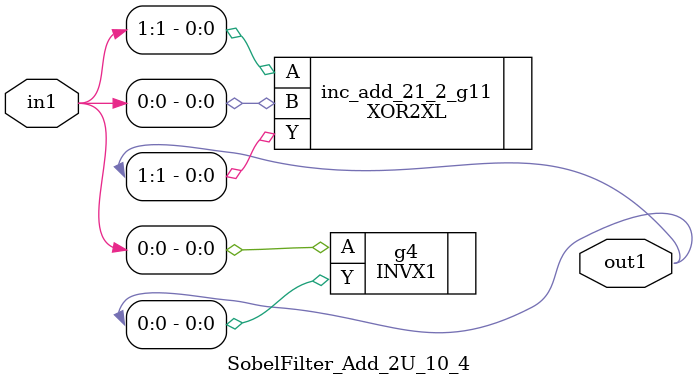
<source format=v>
`timescale 1ps / 1ps


module SobelFilter_Add_2U_10_4(in1, out1);
  input [1:0] in1;
  output [1:0] out1;
  wire [1:0] in1;
  wire [1:0] out1;
  INVX1 g4(.A (in1[0]), .Y (out1[0]));
  XOR2XL inc_add_21_2_g11(.A (in1[1]), .B (in1[0]), .Y (out1[1]));
endmodule


</source>
